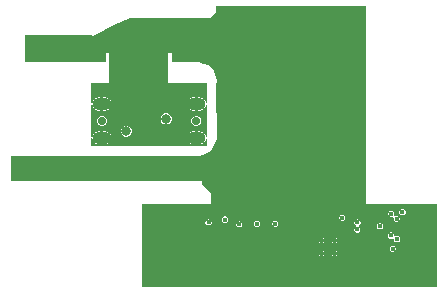
<source format=gbr>
%TF.GenerationSoftware,Altium Limited,Altium Designer,23.10.1 (27)*%
G04 Layer_Physical_Order=3*
G04 Layer_Color=16440176*
%FSLAX45Y45*%
%MOMM*%
%TF.SameCoordinates,C732C167-A78C-4608-B65C-7F4C8643914A*%
%TF.FilePolarity,Positive*%
%TF.FileFunction,Copper,L3,Inr,Signal*%
%TF.Part,Single*%
G01*
G75*
%TA.AperFunction,ComponentPad*%
%ADD22O,1.60000X1.10000*%
%ADD23C,0.71000*%
%TA.AperFunction,ViaPad*%
%ADD24C,0.40000*%
%ADD25C,0.50000*%
%ADD26C,0.80000*%
G36*
X29728348Y4300266D02*
Y2626156D01*
X30317261D01*
X30329941Y2626107D01*
Y1926134D01*
X27840820D01*
X27828168Y1926255D01*
Y2626228D01*
X28418173D01*
X28417734Y2626667D01*
Y2725578D01*
X28405646D01*
X28335846Y2795378D01*
Y2808878D01*
X28335846Y2811373D01*
X28343674Y2819202D01*
X28341299Y2821579D01*
X28328091Y2821578D01*
X26719846D01*
Y3034436D01*
X26719946Y3034478D01*
X28323203Y3035680D01*
X28368326Y3056024D01*
X28416116Y3077565D01*
X28463168Y3175645D01*
X28462439Y3622768D01*
X28463168Y3678708D01*
X28451682Y3723740D01*
X28443649Y3757975D01*
X28406042Y3795574D01*
X28394019Y3807606D01*
X28357477Y3815981D01*
X28334055Y3821360D01*
X28320963Y3824350D01*
X28320938Y3824373D01*
Y3828676D01*
X28085840D01*
Y3904676D01*
X28055438D01*
Y3657478D01*
X28055621Y3657297D01*
X28385239D01*
Y3486195D01*
X28374118Y3482381D01*
X28373462Y3482317D01*
X28370258Y3493690D01*
X28369507Y3497460D01*
X28357352Y3515653D01*
X28339160Y3527809D01*
X28317700Y3532078D01*
X28305399D01*
Y3476000D01*
Y3419923D01*
X28317700D01*
X28339160Y3424192D01*
X28357352Y3436347D01*
X28369507Y3454540D01*
X28370258Y3458311D01*
X28373462Y3469684D01*
X28374118Y3469619D01*
X28385239Y3465806D01*
Y3200195D01*
X28374118Y3196381D01*
X28373462Y3196317D01*
X28370258Y3207690D01*
X28369507Y3211460D01*
X28357352Y3229653D01*
X28339160Y3241809D01*
X28317700Y3246078D01*
X28305399D01*
Y3190000D01*
Y3133923D01*
X28317700D01*
X28339160Y3138192D01*
X28357352Y3150348D01*
X28369507Y3168540D01*
X28370258Y3172311D01*
X28373462Y3183684D01*
X28374118Y3183619D01*
X28385239Y3179806D01*
Y3117797D01*
X27399939D01*
Y3183640D01*
X27412637Y3184891D01*
X27413022Y3182964D01*
X27415891Y3168540D01*
X27428046Y3150348D01*
X27446240Y3138192D01*
X27467700Y3133923D01*
X27479999D01*
Y3190000D01*
Y3246078D01*
X27467700D01*
X27446240Y3241809D01*
X27428046Y3229653D01*
X27415891Y3211460D01*
X27413022Y3197036D01*
X27412637Y3195110D01*
X27399939Y3196361D01*
Y3469640D01*
X27412637Y3470891D01*
X27413022Y3468964D01*
X27415891Y3454540D01*
X27428046Y3436347D01*
X27446240Y3424192D01*
X27467700Y3419923D01*
X27479999D01*
Y3476000D01*
Y3532078D01*
X27467700D01*
X27446240Y3527809D01*
X27428046Y3515653D01*
X27415891Y3497460D01*
X27413022Y3483036D01*
X27412637Y3481110D01*
X27399939Y3482361D01*
Y3657297D01*
X27555145D01*
Y3904384D01*
X27555438Y3904676D01*
X27525040D01*
Y3828676D01*
X26845752D01*
X26842786Y3831641D01*
Y4056341D01*
X27410977D01*
X27412842Y4054478D01*
X27597778Y4140045D01*
X27730344Y4201380D01*
X28406082Y4201378D01*
X28462439Y4257734D01*
Y4301076D01*
X29727539D01*
X29728348Y4300266D01*
D02*
G37*
%LPC*%
G36*
X28279999Y3532078D02*
X28267700D01*
X28246240Y3527809D01*
X28228046Y3515653D01*
X28215891Y3497460D01*
X28214148Y3488700D01*
X28279999D01*
Y3532078D01*
D02*
G37*
G36*
X27517700D02*
X27505399D01*
Y3488700D01*
X27571252D01*
X27569507Y3497460D01*
X27557352Y3515653D01*
X27539160Y3527809D01*
X27517700Y3532078D01*
D02*
G37*
G36*
X28279999Y3463300D02*
X28214148D01*
X28215891Y3454540D01*
X28228046Y3436347D01*
X28246240Y3424192D01*
X28267700Y3419923D01*
X28279999D01*
Y3463300D01*
D02*
G37*
G36*
X27571252D02*
X27505399D01*
Y3419923D01*
X27517700D01*
X27539160Y3424192D01*
X27557352Y3436347D01*
X27569507Y3454540D01*
X27571252Y3463300D01*
D02*
G37*
G36*
X28044720Y3395849D02*
X28026221D01*
X28009128Y3388770D01*
X27996048Y3375689D01*
X27988968Y3358598D01*
Y3340099D01*
X27996048Y3323009D01*
X28009128Y3309928D01*
X28026221Y3302849D01*
X28044720D01*
X28061810Y3309928D01*
X28074890Y3323009D01*
X28081970Y3340099D01*
Y3358598D01*
X28074890Y3375689D01*
X28061810Y3388770D01*
X28044720Y3395849D01*
D02*
G37*
G36*
X28301053Y3375000D02*
X28284344D01*
X28268909Y3368606D01*
X28257095Y3356791D01*
X28250699Y3341355D01*
Y3324646D01*
X28257095Y3309209D01*
X28268909Y3297394D01*
X28284344Y3291000D01*
X28301053D01*
X28316492Y3297394D01*
X28328305Y3309209D01*
X28334698Y3324646D01*
Y3341355D01*
X28328305Y3356791D01*
X28316492Y3368606D01*
X28301053Y3375000D01*
D02*
G37*
G36*
X27501053D02*
X27484344D01*
X27468909Y3368606D01*
X27457095Y3356791D01*
X27450699Y3341355D01*
Y3324646D01*
X27457095Y3309209D01*
X27468909Y3297394D01*
X27484344Y3291000D01*
X27501053D01*
X27516492Y3297394D01*
X27528305Y3309209D01*
X27534698Y3324646D01*
Y3341355D01*
X27528305Y3356791D01*
X27516492Y3368606D01*
X27501053Y3375000D01*
D02*
G37*
G36*
X28279999Y3246078D02*
X28267700D01*
X28246240Y3241809D01*
X28228046Y3229653D01*
X28215891Y3211460D01*
X28214148Y3202700D01*
X28279999D01*
Y3246078D01*
D02*
G37*
G36*
X27517700D02*
X27505399D01*
Y3202700D01*
X27571252D01*
X27569507Y3211460D01*
X27557352Y3229653D01*
X27539160Y3241809D01*
X27517700Y3246078D01*
D02*
G37*
G36*
X27706949Y3291000D02*
X27688452D01*
X27671359Y3283921D01*
X27658279Y3270840D01*
X27651199Y3253749D01*
Y3235251D01*
X27658279Y3218160D01*
X27671359Y3205079D01*
X27688452Y3198000D01*
X27706949D01*
X27724039Y3205079D01*
X27737122Y3218160D01*
X27744199Y3235251D01*
Y3253749D01*
X27737122Y3270840D01*
X27724039Y3283921D01*
X27706949Y3291000D01*
D02*
G37*
G36*
X28279999Y3177300D02*
X28214148D01*
X28215891Y3168540D01*
X28228046Y3150348D01*
X28246240Y3138192D01*
X28267700Y3133923D01*
X28279999D01*
Y3177300D01*
D02*
G37*
G36*
X27571252D02*
X27505399D01*
Y3133923D01*
X27517700D01*
X27539160Y3138192D01*
X27557352Y3150348D01*
X27569507Y3168540D01*
X27571252Y3177300D01*
D02*
G37*
G36*
X29439401Y2606084D02*
Y2603200D01*
X29442285D01*
X29439401Y2606084D01*
D02*
G37*
G36*
X29414001D02*
X29411115Y2603200D01*
X29414001D01*
Y2606084D01*
D02*
G37*
G36*
X29442285Y2577800D02*
X29439401D01*
Y2574916D01*
X29442285Y2577800D01*
D02*
G37*
G36*
X29414001D02*
X29411115D01*
X29414001Y2574916D01*
Y2577800D01*
D02*
G37*
G36*
X30041870Y2587700D02*
X30031329D01*
X30021588Y2583666D01*
X30014133Y2576211D01*
X30010101Y2566471D01*
Y2555929D01*
X30014133Y2546189D01*
X30021588Y2538734D01*
X30031329Y2534700D01*
X30041870D01*
X30051611Y2538734D01*
X30059067Y2546189D01*
X30063101Y2555929D01*
Y2566471D01*
X30059067Y2576211D01*
X30051611Y2583666D01*
X30041870Y2587700D01*
D02*
G37*
G36*
X29532275Y2539094D02*
X29521735D01*
X29511993Y2535060D01*
X29504538Y2527606D01*
X29500504Y2517866D01*
Y2507323D01*
X29504538Y2497583D01*
X29511993Y2490129D01*
X29521735Y2486094D01*
X29532275D01*
X29542017Y2490129D01*
X29549472Y2497583D01*
X29553506Y2507323D01*
Y2517866D01*
X29549472Y2527606D01*
X29542017Y2535060D01*
X29532275Y2539094D01*
D02*
G37*
G36*
X29946872Y2572400D02*
X29936328D01*
X29926590Y2568366D01*
X29919135Y2560911D01*
X29915100Y2551171D01*
Y2540629D01*
X29919135Y2530889D01*
X29926590Y2523434D01*
X29936328Y2519400D01*
X29946872D01*
X29952386Y2521685D01*
X29962372Y2512602D01*
X29961200Y2509771D01*
Y2499229D01*
X29965234Y2489489D01*
X29972690Y2482034D01*
X29982428Y2478000D01*
X29992972D01*
X30002710Y2482034D01*
X30010165Y2489489D01*
X30014200Y2499229D01*
Y2509771D01*
X30010165Y2519511D01*
X30002710Y2526966D01*
X29992972Y2531000D01*
X29982428D01*
X29976913Y2528715D01*
X29966928Y2537798D01*
X29968100Y2540629D01*
Y2551171D01*
X29964066Y2560911D01*
X29956610Y2568366D01*
X29946872Y2572400D01*
D02*
G37*
G36*
X29791599Y2474084D02*
Y2471200D01*
X29794485D01*
X29791599Y2474084D01*
D02*
G37*
G36*
X29766199D02*
X29763315Y2471200D01*
X29766199D01*
Y2474084D01*
D02*
G37*
G36*
X28539111Y2523739D02*
X28528568D01*
X28518829Y2519705D01*
X28511374Y2512251D01*
X28507339Y2502511D01*
Y2491968D01*
X28511374Y2482228D01*
X28518829Y2474774D01*
X28528568Y2470739D01*
X28539111D01*
X28548849Y2474774D01*
X28556305Y2482228D01*
X28560339Y2491968D01*
Y2502511D01*
X28556305Y2512251D01*
X28548849Y2519705D01*
X28539111Y2523739D01*
D02*
G37*
G36*
X28400470Y2500100D02*
X28389929D01*
X28380188Y2496066D01*
X28372733Y2488611D01*
X28368701Y2478871D01*
Y2468329D01*
X28372733Y2458589D01*
X28380188Y2451134D01*
X28389929Y2447100D01*
X28400470D01*
X28410211Y2451134D01*
X28417667Y2458589D01*
X28421701Y2468329D01*
Y2478871D01*
X28417667Y2488611D01*
X28410211Y2496066D01*
X28400470Y2500100D01*
D02*
G37*
G36*
X29794485Y2445800D02*
X29791599D01*
Y2442916D01*
X29794485Y2445800D01*
D02*
G37*
G36*
X29766199D02*
X29763315D01*
X29766199Y2442916D01*
Y2445800D01*
D02*
G37*
G36*
X28964508Y2488773D02*
X28953964D01*
X28944226Y2484738D01*
X28936771Y2477284D01*
X28932736Y2467544D01*
Y2457001D01*
X28936771Y2447261D01*
X28944226Y2439807D01*
X28953964Y2435772D01*
X28964508D01*
X28974246Y2439807D01*
X28981702Y2447261D01*
X28985736Y2457001D01*
Y2467544D01*
X28981702Y2477284D01*
X28974246Y2484738D01*
X28964508Y2488773D01*
D02*
G37*
G36*
X28809818D02*
X28799277D01*
X28789536Y2484738D01*
X28782083Y2477284D01*
X28778049Y2467544D01*
Y2457001D01*
X28782083Y2447261D01*
X28789536Y2439807D01*
X28799277Y2435772D01*
X28809818D01*
X28819559Y2439807D01*
X28827014Y2447261D01*
X28831049Y2457001D01*
Y2467544D01*
X28827014Y2477284D01*
X28819559Y2484738D01*
X28809818Y2488773D01*
D02*
G37*
G36*
X28660791Y2483113D02*
X28650247D01*
X28640509Y2479079D01*
X28633054Y2471624D01*
X28629019Y2461885D01*
Y2451342D01*
X28633054Y2441602D01*
X28640509Y2434148D01*
X28650247Y2430113D01*
X28660791D01*
X28670529Y2434148D01*
X28677985Y2441602D01*
X28682019Y2451342D01*
Y2461885D01*
X28677985Y2471624D01*
X28670529Y2479079D01*
X28660791Y2483113D01*
D02*
G37*
G36*
X29851672Y2467200D02*
X29841129D01*
X29831390Y2463166D01*
X29823935Y2455711D01*
X29819901Y2445971D01*
Y2435429D01*
X29823935Y2425689D01*
X29831390Y2418234D01*
X29841129Y2414200D01*
X29851672D01*
X29861411Y2418234D01*
X29868866Y2425689D01*
X29872900Y2435429D01*
Y2445971D01*
X29868866Y2455711D01*
X29861411Y2463166D01*
X29851672Y2467200D01*
D02*
G37*
G36*
X29660846Y2500206D02*
X29650305D01*
X29640564Y2496171D01*
X29633109Y2488717D01*
X29629074Y2478977D01*
Y2468434D01*
X29633109Y2458694D01*
X29640564Y2451240D01*
X29641904Y2450685D01*
Y2436939D01*
X29638589Y2435566D01*
X29631134Y2428111D01*
X29627100Y2418371D01*
Y2407829D01*
X29631134Y2398089D01*
X29638589Y2390634D01*
X29648328Y2386600D01*
X29658871D01*
X29668610Y2390634D01*
X29676065Y2398089D01*
X29680099Y2407829D01*
Y2418371D01*
X29676065Y2428111D01*
X29668610Y2435566D01*
X29667273Y2436120D01*
Y2449867D01*
X29670587Y2451240D01*
X29678040Y2458694D01*
X29682074Y2468434D01*
Y2478977D01*
X29678040Y2488717D01*
X29670587Y2496171D01*
X29660846Y2500206D01*
D02*
G37*
G36*
X29471701Y2345599D02*
Y2336500D01*
X29480798D01*
X29480194Y2337961D01*
X29473160Y2344994D01*
X29471701Y2345599D01*
D02*
G37*
G36*
X29446301D02*
X29444839Y2344994D01*
X29437805Y2337961D01*
X29437201Y2336500D01*
X29446301D01*
Y2345599D01*
D02*
G37*
G36*
X29361700D02*
Y2336500D01*
X29370798D01*
X29370193Y2337961D01*
X29363162Y2344994D01*
X29361700Y2345599D01*
D02*
G37*
G36*
X29336301D02*
X29334839Y2344994D01*
X29327805Y2337961D01*
X29327200Y2336500D01*
X29336301D01*
Y2345599D01*
D02*
G37*
G36*
X29944470Y2388900D02*
X29933929D01*
X29924188Y2384866D01*
X29916733Y2377411D01*
X29912701Y2367671D01*
Y2357129D01*
X29916733Y2347389D01*
X29924188Y2339934D01*
X29933929Y2335900D01*
X29944470D01*
X29952969Y2339419D01*
X29958948Y2337067D01*
X29965399Y2333162D01*
Y2328229D01*
X29969434Y2318489D01*
X29976889Y2311034D01*
X29986630Y2307000D01*
X29997171D01*
X30006912Y2311034D01*
X30014365Y2318489D01*
X30018399Y2328229D01*
Y2338771D01*
X30014365Y2348511D01*
X30006912Y2355966D01*
X29997171Y2360000D01*
X29986630D01*
X29978131Y2356481D01*
X29972153Y2358833D01*
X29965701Y2362738D01*
Y2367671D01*
X29961667Y2377411D01*
X29954211Y2384866D01*
X29944470Y2388900D01*
D02*
G37*
G36*
X29480798Y2311100D02*
X29471701D01*
Y2302001D01*
X29473160Y2302606D01*
X29480194Y2309639D01*
X29480798Y2311100D01*
D02*
G37*
G36*
X29446301D02*
X29437201D01*
X29437805Y2309639D01*
X29444839Y2302606D01*
X29446301Y2302001D01*
Y2311100D01*
D02*
G37*
G36*
X29370798D02*
X29361700D01*
Y2302001D01*
X29363162Y2302606D01*
X29370193Y2309639D01*
X29370798Y2311100D01*
D02*
G37*
G36*
X29336301D02*
X29327200D01*
X29327805Y2309639D01*
X29334839Y2302606D01*
X29336301Y2302001D01*
Y2311100D01*
D02*
G37*
G36*
X29471701Y2235599D02*
Y2226500D01*
X29480798D01*
X29480194Y2227961D01*
X29473160Y2234994D01*
X29471701Y2235599D01*
D02*
G37*
G36*
X29446301D02*
X29444839Y2234994D01*
X29437805Y2227961D01*
X29437201Y2226500D01*
X29446301D01*
Y2235599D01*
D02*
G37*
G36*
X29361700D02*
Y2226500D01*
X29370798D01*
X29370193Y2227961D01*
X29363162Y2234994D01*
X29361700Y2235599D01*
D02*
G37*
G36*
X29336301D02*
X29334839Y2234994D01*
X29327805Y2227961D01*
X29327200Y2226500D01*
X29336301D01*
Y2235599D01*
D02*
G37*
G36*
X29960770Y2277200D02*
X29950229D01*
X29940488Y2273166D01*
X29933035Y2265711D01*
X29929001Y2255971D01*
Y2245429D01*
X29933035Y2235689D01*
X29940488Y2228234D01*
X29950229Y2224200D01*
X29960770D01*
X29970511Y2228234D01*
X29977966Y2235689D01*
X29982001Y2245429D01*
Y2255971D01*
X29977966Y2265711D01*
X29970511Y2273166D01*
X29960770Y2277200D01*
D02*
G37*
G36*
X29480798Y2201100D02*
X29471701D01*
Y2192001D01*
X29473160Y2192606D01*
X29480194Y2199639D01*
X29480798Y2201100D01*
D02*
G37*
G36*
X29446301D02*
X29437201D01*
X29437805Y2199639D01*
X29444839Y2192606D01*
X29446301Y2192001D01*
Y2201100D01*
D02*
G37*
G36*
X29370798D02*
X29361700D01*
Y2192001D01*
X29363162Y2192606D01*
X29370193Y2199639D01*
X29370798Y2201100D01*
D02*
G37*
G36*
X29336301D02*
X29327200D01*
X29327805Y2199639D01*
X29334839Y2192606D01*
X29336301Y2192001D01*
Y2201100D01*
D02*
G37*
G36*
X30073001Y2158985D02*
Y2156100D01*
X30075885D01*
X30073001Y2158985D01*
D02*
G37*
G36*
X30047601D02*
X30044714Y2156100D01*
X30047601D01*
Y2158985D01*
D02*
G37*
G36*
X30075885Y2130700D02*
X30073001D01*
Y2127816D01*
X30075885Y2130700D01*
D02*
G37*
G36*
X30047601D02*
X30044714D01*
X30047601Y2127816D01*
Y2130700D01*
D02*
G37*
G36*
X30084799Y2042484D02*
Y2039600D01*
X30087683D01*
X30084799Y2042484D01*
D02*
G37*
G36*
X30059399D02*
X30056516Y2039600D01*
X30059399D01*
Y2042484D01*
D02*
G37*
G36*
X29981799Y2036484D02*
Y2033600D01*
X29984683D01*
X29981799Y2036484D01*
D02*
G37*
G36*
X29956400D02*
X29953516Y2033600D01*
X29956400D01*
Y2036484D01*
D02*
G37*
G36*
X29800400Y2034084D02*
Y2031200D01*
X29803284D01*
X29800400Y2034084D01*
D02*
G37*
G36*
X29775000D02*
X29772116Y2031200D01*
X29775000D01*
Y2034084D01*
D02*
G37*
G36*
X30087683Y2014200D02*
X30084799D01*
Y2011316D01*
X30087683Y2014200D01*
D02*
G37*
G36*
X30059399D02*
X30056516D01*
X30059399Y2011316D01*
Y2014200D01*
D02*
G37*
G36*
X29984683Y2008200D02*
X29981799D01*
Y2005316D01*
X29984683Y2008200D01*
D02*
G37*
G36*
X29956400D02*
X29953516D01*
X29956400Y2005316D01*
Y2008200D01*
D02*
G37*
G36*
X29803284Y2005800D02*
X29800400D01*
Y2002915D01*
X29803284Y2005800D01*
D02*
G37*
G36*
X29775000D02*
X29772116D01*
X29775000Y2002915D01*
Y2005800D01*
D02*
G37*
G36*
X29637000Y2005084D02*
Y2002200D01*
X29639883D01*
X29637000Y2005084D01*
D02*
G37*
G36*
X29611600D02*
X29608716Y2002200D01*
X29611600D01*
Y2005084D01*
D02*
G37*
G36*
X29434201Y1986484D02*
Y1983600D01*
X29437085D01*
X29434201Y1986484D01*
D02*
G37*
G36*
X29408801D02*
X29405917Y1983600D01*
X29408801D01*
Y1986484D01*
D02*
G37*
G36*
X29115100Y1985984D02*
Y1983100D01*
X29117984D01*
X29115100Y1985984D01*
D02*
G37*
G36*
X29089700D02*
X29086816Y1983100D01*
X29089700D01*
Y1985984D01*
D02*
G37*
G36*
X29639883Y1976800D02*
X29637000D01*
Y1973916D01*
X29639883Y1976800D01*
D02*
G37*
G36*
X29611600D02*
X29608716D01*
X29611600Y1973916D01*
Y1976800D01*
D02*
G37*
G36*
X29437085Y1958200D02*
X29434201D01*
Y1955316D01*
X29437085Y1958200D01*
D02*
G37*
G36*
X29408801D02*
X29405917D01*
X29408801Y1955316D01*
Y1958200D01*
D02*
G37*
G36*
X29117984Y1957700D02*
X29115100D01*
Y1954815D01*
X29117984Y1957700D01*
D02*
G37*
G36*
X29089700D02*
X29086816D01*
X29089700Y1954815D01*
Y1957700D01*
D02*
G37*
%LPD*%
D22*
X27492700Y3476000D02*
D03*
Y3190000D02*
D03*
X28292700D02*
D03*
Y3476000D02*
D03*
D23*
X27492700Y3333000D02*
D03*
X28292700D02*
D03*
D24*
X29846399Y2440700D02*
D03*
X29655576Y2473705D02*
D03*
X29527005Y2512594D02*
D03*
X29778900Y2458500D02*
D03*
X29653601Y2413100D02*
D03*
X28533838Y2497239D02*
D03*
X28804547Y2462272D02*
D03*
X28959235D02*
D03*
X28655518Y2456613D02*
D03*
X28395200Y2473600D02*
D03*
X29955499Y2250700D02*
D03*
X29991901Y2333500D02*
D03*
X30060300Y2143400D02*
D03*
X30072101Y2026900D02*
D03*
X29969101Y2020900D02*
D03*
X29939200Y2362400D02*
D03*
X29941599Y2545900D02*
D03*
X30036600Y2561200D02*
D03*
X29987701Y2504500D02*
D03*
X29102399Y1970400D02*
D03*
X29426700Y2590500D02*
D03*
X29624301Y1989500D02*
D03*
X29421500Y1970900D02*
D03*
X29787701Y2018500D02*
D03*
D25*
X29459000Y2323800D02*
D03*
Y2213800D02*
D03*
X29348999Y2323800D02*
D03*
Y2213800D02*
D03*
D26*
X27697699Y3244500D02*
D03*
X28035468Y3349349D02*
D03*
%TF.MD5,83097be9b6db94a0dd45fbb3f21d6110*%
M02*

</source>
